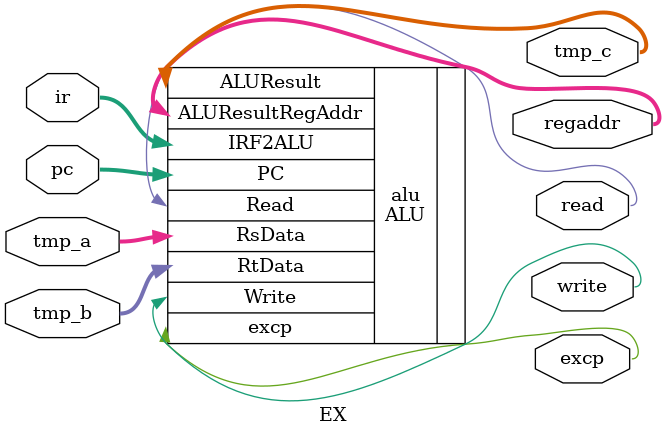
<source format=v>
module EX(ir, tmp_a, tmp_b, tmp_c, regaddr, pc, read, write, excp);
   input [31:0]ir;
   input [31:0] tmp_a;
   input [31:0] tmp_b;
   input [31:0] pc;
   output [31:0] tmp_c;
   output [4:0] regaddr;
   output read, write, excp;

   ALU alu(.ALUResult(tmp_c), .ALUResultRegAddr(regaddr), .IRF2ALU(ir), .RsData(tmp_a), .RtData(tmp_b), .PC(pc),
           .Read(read), .Write(write), .excp(excp));
endmodule

</source>
